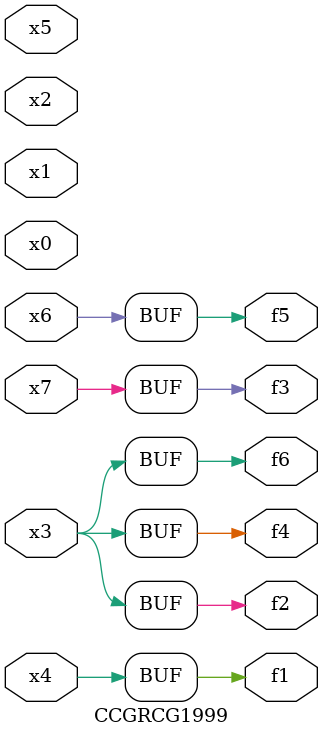
<source format=v>
module CCGRCG1999(
	input x0, x1, x2, x3, x4, x5, x6, x7,
	output f1, f2, f3, f4, f5, f6
);
	assign f1 = x4;
	assign f2 = x3;
	assign f3 = x7;
	assign f4 = x3;
	assign f5 = x6;
	assign f6 = x3;
endmodule

</source>
